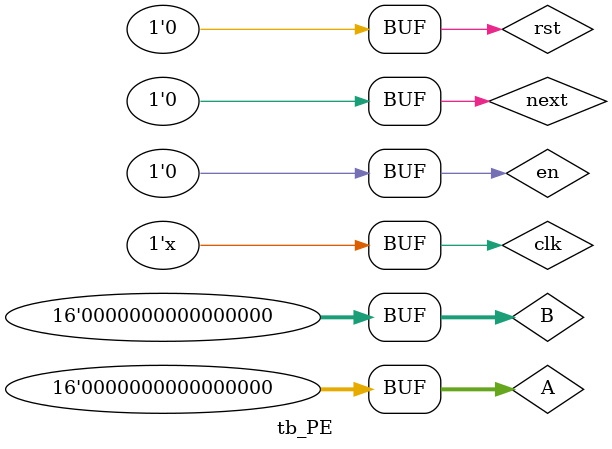
<source format=sv>
`timescale 1ns / 1ps


module tb_PE;
    logic clk = 0;
    logic rst = 0;
    reg [15:0] A = 8'b0;
    reg [15:0] B = 8'b0;
    logic [15:0] right;
    logic [15:0] down;
    logic [15:0] out;
    logic en = 1;
    logic next = 0;
    always #5 clk = ~clk;
    initial begin
        en = 1;
        # 5;
        for(int i = 1; i <= 5; i++) begin
            #10;
            A = A + 1;
            B = B + 1;
        end
        #10;
        A = 1;
        B = 2;
        next = 1;
        for(int i = 1; i <= 5; i++) begin
            #10;
            next = 0;
            A = A + 1;
            B = B + 1;
        end
        #10;
        en = 0;
        #10;
        rst = 1;
        #3;
        rst = 0;
    end
    PE u_pe(
        .clk(clk),
        .rst(rst),
        .i_A(A),
        .i_B(B),
        .right(right),
        .down(down),
        .o_sum(out),
        .en(en),
        .next(next)
    );
endmodule

</source>
